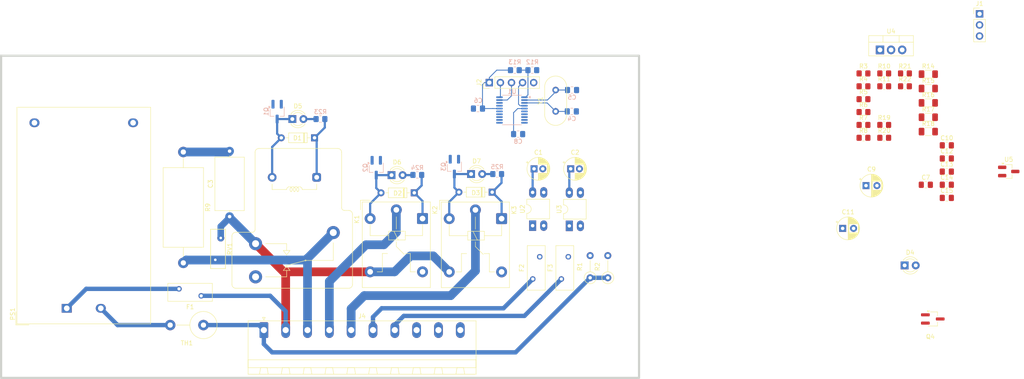
<source format=kicad_pcb>
(kicad_pcb (version 20240108) (generator "pcbnew") (generator_version "8.0")
  (layers (0 "F.Cu" signal) (31 "B.Cu" signal) (34 "B.Paste" user) (35 "F.Paste" user) (36 "B.SilkS" user "B.Silkscreen") (37 "F.SilkS" user "F.Silkscreen") (38 "B.Mask" user) (39 "F.Mask" user) (44 "Edge.Cuts" user))
  (net 0 "")
  (net 1 "компрессор статус")
  (net 2 "GND")
  (net 3 "4х ходовой статус")
  (net 4 "220 вход (L)")
  (net 5 "Net-(C3-Pad2)")
  (net 6 "Net-(U1-PF1)")
  (net 7 "Net-(U1-PF0)")
  (net 8 "+3V3")
  (net 9 "+12V")
  (net 10 "VDDA")
  (net 11 "NTC темп. компрессор")
  (net 12 "NTC темп. внешняя")
  (net 13 "Net-(J2-Pin_4)")
  (net 14 "Net-(D1-A)")
  (net 15 "Net-(D2-A)")
  (net 16 "Net-(D3-A)")
  (net 17 "Net-(D4-A)")
  (net 18 "Net-(D4-K)")
  (net 19 "Net-(D5-A)")
  (net 20 "Net-(D6-A)")
  (net 21 "Net-(D7-A)")
  (net 22 "Net-(PS1-AC{slash}L)")
  (net 23 "Net-(F2-Pad2)")
  (net 24 "220 комп. вход (L)")
  (net 25 "Net-(F3-Pad2)")
  (net 26 "220 4х ходовой вход (L)")
  (net 27 "Net-(J1-Pin_2)")
  (net 28 "Net-(J1-Pin_1)")
  (net 29 "Net-(J2-Pin_3)")
  (net 30 "Net-(J2-Pin_2)")
  (net 31 "220 вход (N)")
  (net 32 "220 комп. выход (L)")
  (net 33 "220 тен комп. выход (L)")
  (net 34 "220 тен поддон выход (L)")
  (net 38 "Net-(PS1-AC{slash}N)")
  (net 39 "Net-(Q1-G)")
  (net 40 "Net-(Q2-G)")
  (net 41 "Net-(Q3-G)")
  (net 42 "Net-(Q4-G)")
  (net 43 "Net-(R1-Pad2)")
  (net 44 "Net-(R2-Pad2)")
  (net 45 "компрессор упр.")
  (net 46 "ТЕН поддон упр.")
  (net 47 "ТЕН компрессор упр.")
  (net 48 "Net-(U1-BOOT0)")
  (net 49 "Net-(U5-REF)")
  (net 50 "Net-(U1-PA4)")
  (footprint "Capacitor_SMD:C_0805_2012Metric_Pad1.18x1.45mm_HandSolder" (layer "F.Cu") (at 258.46 85.505)
    (property "Reference" "C14" (at 0 -1.68 0) (layer "F.SilkS"))
    (property "Value" "100nF")
    (pad "1" smd roundrect (at -1.0375 0) (size 1.175 1.45) (layers "F.Cu" "F.Paste" "F.Mask") (roundrect_rratio 0.212766) (net 12 "NTC темп. внешняя"))
    (pad "2" smd roundrect (at 1.0375 0) (size 1.175 1.45) (layers "F.Cu" "F.Paste" "F.Mask") (roundrect_rratio 0.212766) (net 2 "GND"))
  )
  (footprint "LED_THT:LED_D3.0mm" (layer "F.Cu") (at 131.25 83.3)
    (property "Reference" "D6" (at 1.27 -2.96 0) (layer "F.SilkS"))
    (property "Value" "LED")
    (pad "1" thru_hole rect (at 0 0) (size 1.8 1.8) (drill 0.9) (layers "*.Cu" "*.Mask") (net 15 "Net-(D2-A)"))
    (pad "2" thru_hole circle (at 2.54 0) (size 1.8 1.8) (drill 0.9) (layers "*.Cu" "*.Mask") (net 20 "Net-(D6-A)"))
  )
  (footprint "Diode_THT:D_DO-35_SOD27_P7.62mm_Horizontal" (layer "F.Cu") (at 136.46 87.35 180)
    (property "Reference" "D2" (at 3.81 -0.1 360) (layer "F.SilkS"))
    (property "Value" "1N4148")
    (pad "1" thru_hole rect (at 0 0 180) (size 1.6 1.6) (drill 0.8) (layers "*.Cu" "*.Mask") (net 9 "+12V"))
    (pad "2" thru_hole oval (at 7.62 0 180) (size 1.6 1.6) (drill 0.8) (layers "*.Cu" "*.Mask") (net 15 "Net-(D2-A)"))
  )
  (footprint "LED_THT:LED_D3.0mm" (layer "F.Cu") (at 108.525 70.45)
    (property "Reference" "D5" (at 1.27 -2.96 360) (layer "F.SilkS"))
    (property "Value" "LED")
    (pad "1" thru_hole rect (at 0 0) (size 1.8 1.8) (drill 0.9) (layers "*.Cu" "*.Mask") (net 14 "Net-(D1-A)"))
    (pad "2" thru_hole circle (at 2.54 0) (size 1.8 1.8) (drill 0.9) (layers "*.Cu" "*.Mask") (net 19 "Net-(D5-A)"))
  )
  (footprint "Capacitor_SMD:C_0805_2012Metric_Pad1.18x1.45mm_HandSolder" (layer "F.Cu") (at 253.65 85.505)
    (property "Reference" "C7" (at 0 -1.68 0) (layer "F.SilkS"))
    (property "Value" "100nF")
    (pad "1" smd roundrect (at -1.0375 0) (size 1.175 1.45) (layers "F.Cu" "F.Paste" "F.Mask") (roundrect_rratio 0.212766) (net 9 "+12V"))
    (pad "2" smd roundrect (at 1.0375 0) (size 1.175 1.45) (layers "F.Cu" "F.Paste" "F.Mask") (roundrect_rratio 0.212766) (net 2 "GND"))
  )
  (footprint "Resistor_SMD:R_0805_2012Metric_Pad1.20x1.40mm_HandSolder" (layer "F.Cu") (at 248.87 62.945)
    (property "Reference" "R22" (at 0 -1.65 0) (layer "F.SilkS"))
    (property "Value" "2k")
    (pad "1" smd roundrect (at -1 0) (size 1.2 1.4) (layers "F.Cu" "F.Paste" "F.Mask") (roundrect_rratio 0.208333) (net 9 "+12V"))
    (pad "2" smd roundrect (at 1 0) (size 1.2 1.4) (layers "F.Cu" "F.Paste" "F.Mask") (roundrect_rratio 0.208333) (net 17 "Net-(D4-A)"))
  )
  (footprint "Varistor:RV_Disc_D9mm_W3.4mm_P5mm" (layer "F.Cu") (at 90.875 102.7 90)
    (property "Reference" "RV1" (at 2.5 3.325 90) (layer "F.SilkS"))
    (property "Value" "10D 471k")
    (pad "1" thru_hole circle (at 0 0 90) (size 1.6 1.6) (drill 0.6) (layers "*.Cu" "*.Mask") (net 32 "220 комп. выход (L)"))
    (pad "2" thru_hole circle (at 5 1.25 90) (size 1.6 1.6) (drill 0.6) (layers "*.Cu" "*.Mask") (net 4 "220 вход (L)"))
  )
  (footprint "Fuse:Fuse_BelFuse_0ZRE0016FF_L9.9mm_W3.8mm" (layer "F.Cu") (at 87.65 110.95 180)
    (property "Reference" "F1" (at 2.54 -2.54 360) (layer "F.SilkS"))
    (property "Value" "1.5A")
    (pad "1" thru_hole circle (at 0 0 180) (size 1.27 1.27) (drill 0.71) (layers "*.Cu" "*.Mask") (net 4 "220 вход (L)"))
    (pad "2" thru_hole circle (at 5.1 1.6 180) (size 1.27 1.27) (drill 0.71) (layers "*.Cu" "*.Mask") (net 22 "Net-(PS1-AC{slash}L)"))
  )
  (footprint "Connector_Phoenix_MSTB:PhoenixContact_MSTBA_2,5_10-G_1x10_P5.00mm_Horizontal" (layer "F.Cu") (at 102 118.8)
    (property "Reference" "J4" (at 22.5 -3.2 0) (layer "F.SilkS"))
    (property "Value" "Conn_01x10")
    (pad "1" thru_hole roundrect (at 0 0) (size 2 3.6) (drill 1.4) (layers "*.Cu" "*.Mask") (roundrect_rratio 0.125) (net 31 "220 вход (N)"))
    (pad "2" thru_hole oval (at 5 0) (size 2 3.6) (drill 1.4) (layers "*.Cu" "*.Mask") (net 4 "220 вход (L)"))
    (pad "3" thru_hole oval (at 10 0) (size 2 3.6) (drill 1.4) (layers "*.Cu" "*.Mask") (net 32 "220 комп. выход (L)"))
    (pad "4" thru_hole oval (at 15 0) (size 2 3.6) (drill 1.4) (layers "*.Cu" "*.Mask") (net 34 "220 тен поддон выход (L)"))
    (pad "5" thru_hole oval (at 20 0) (size 2 3.6) (drill 1.4) (layers "*.Cu" "*.Mask") (net 33 "220 тен комп. выход (L)"))
    (pad "6" thru_hole oval (at 25 0) (size 2 3.6) (drill 1.4) (layers "*.Cu" "*.Mask") (net 24 "220 комп. вход (L)"))
    (pad "7" thru_hole oval (at 30 0) (size 2 3.6) (drill 1.4) (layers "*.Cu" "*.Mask") (net 26 "220 4х ходовой вход (L)"))
    (pad "8" thru_hole oval (at 35 0) (size 2 3.6) (drill 1.4) (layers "*.Cu" "*.Mask") (net 11 "NTC темп. компрессор"))
    (pad "9" thru_hole oval (at 40 0) (size 2 3.6) (drill 1.4) (layers "*.Cu" "*.Mask") (net 12 "NTC темп. внешняя"))
    (pad "10" thru_hole oval (at 45 0) (size 2 3.6) (drill 1.4) (layers "*.Cu" "*.Mask") (net 2 "GND"))
  )
  (footprint "Resistor_THT:R_Axial_DIN0207_L6.3mm_D2.5mm_P5.08mm_Vertical" (layer "F.Cu") (at 180.8 106.815 90)
    (property "Reference" "R2" (at 2.54 -2.37 90) (layer "F.SilkS"))
    (property "Value" "100k 2w")
    (pad "1" thru_hole circle (at 0 0 90) (size 1.6 1.6) (drill 0.8) (layers "*.Cu" "*.Mask") (net 31 "220 вход (N)"))
    (pad "2" thru_hole oval (at 5.08 0 90) (size 1.6 1.6) (drill 0.8) (layers "*.Cu" "*.Mask") (net 44 "Net-(R2-Pad2)"))
  )
  (footprint "Resistor_SMD:R_0805_2012Metric_Pad1.20x1.40mm_HandSolder" (layer "F.Cu") (at 248.87 59.995)
    (property "Reference" "R21" (at 0 -1.65 0) (layer "F.SilkS"))
    (property "Value" "10k")
    (pad "1" smd roundrect (at -1 0) (size 1.2 1.4) (layers "F.Cu" "F.Paste" "F.Mask") (roundrect_rratio 0.208333) (net 42 "Net-(Q4-G)"))
    (pad "2" smd roundrect (at 1 0) (size 1.2 1.4) (layers "F.Cu" "F.Paste" "F.Mask") (roundrect_rratio 0.208333) (net 2 "GND"))
  )
  (footprint "Resistor_SMD:R_1206_3216Metric_Pad1.30x1.75mm_HandSolder" (layer "F.Cu") (at 254.22 63.455)
    (property "Reference" "R15" (at 0 -1.82 0) (layer "F.SilkS"))
    (property "Value" "330")
    (pad "1" smd roundrect (at -1.55 0) (size 1.3 1.75) (layers "F.Cu" "F.Paste" "F.Mask") (roundrect_rratio 0.192308) (net 9 "+12V"))
    (pad "2" smd roundrect (at 1.55 0) (size 1.3 1.75) (layers "F.Cu" "F.Paste" "F.Mask") (roundrect_rratio 0.192308) (net 10 "VDDA"))
  )
  (footprint "Resistor_SMD:R_0805_2012Metric_Pad1.20x1.40mm_HandSolder" (layer "F.Cu") (at 244.12 62.945)
    (property "Reference" "R11" (at 0 -1.65 0) (layer "F.SilkS"))
    (property "Value" "10k")
    (pad "1" smd roundrect (at -1 0) (size 1.2 1.4) (layers "F.Cu" "F.Paste" "F.Mask") (roundrect_rratio 0.208333) (net 41 "Net-(Q3-G)"))
    (pad "2" smd roundrect (at 1 0) (size 1.2 1.4) (layers "F.Cu" "F.Paste" "F.Mask") (roundrect_rratio 0.208333) (net 2 "GND"))
  )
  (footprint "Capacitor_THT:CP_Radial_D5.0mm_P2.50mm" (layer "F.Cu") (at 234.6 95.5)
    (property "Reference" "C11" (at 1.25 -3.75 0) (layer "F.SilkS"))
    (property "Value" "4.7uf")
    (pad "1" thru_hole rect (at 0 0) (size 1.6 1.6) (drill 0.8) (layers "*.Cu" "*.Mask") (net 8 "+3V3"))
    (pad "2" thru_hole circle (at 2.5 0) (size 1.6 1.6) (drill 0.8) (layers "*.Cu" "*.Mask") (net 2 "GND"))
  )
  (footprint "Fuse:Fuse_BelFuse_0ZRE0016FF_L9.9mm_W3.8mm" (layer "F.Cu") (at 170.15 107.1 90)
    (property "Reference" "F3" (at 2.54 -2.54 90) (layer "F.SilkS"))
    (property "Value" "0.2A")
    (pad "1" thru_hole circle (at 0 0 90) (size 1.27 1.27) (drill 0.71) (layers "*.Cu" "*.Mask") (net 26 "220 4х ходовой вход (L)"))
    (pad "2" thru_hole circle (at 5.1 1.6 90) (size 1.27 1.27) (drill 0.71) (layers "*.Cu" "*.Mask") (net 25 "Net-(F3-Pad2)"))
  )
  (footprint "Resistor_SMD:R_0805_2012Metric_Pad1.20x1.40mm_HandSolder" (layer "F.Cu") (at 239.37 68.845)
    (property "Reference" "R6" (at 0 -1.65 0) (layer "F.SilkS"))
    (property "Value" "100")
    (pad "1" smd roundrect (at -1 0) (size 1.2 1.4) (layers "F.Cu" "F.Paste" "F.Mask") (roundrect_rratio 0.208333) (net 45 "компрессор упр."))
    (pad "2" smd roundrect (at 1 0) (size 1.2 1.4) (layers "F.Cu" "F.Paste" "F.Mask") (roundrect_rratio 0.208333) (net 39 "Net-(Q1-G)"))
  )
  (footprint "Connector_PinHeader_2.54mm:PinHeader_1x05_P2.54mm_Vertical" (layer "F.Cu") (at 153.65 62.1 90)
    (property "Reference" "J2" (at 0 -2.33 90) (layer "F.SilkS"))
    (property "Value" "SWD")
    (pad "1" thru_hole rect (at 0 0 90) (size 1.7 1.7) (drill 1) (layers "*.Cu" "*.Mask") (net 8 "+3V3"))
    (pad "2" thru_hole oval (at 0 2.54 90) (size 1.7 1.7) (drill 1) (layers "*.Cu" "*.Mask") (net 30 "Net-(J2-Pin_2)"))
    (pad "3" thru_hole oval (at 0 5.08 90) (size 1.7 1.7) (drill 1) (layers "*.Cu" "*.Mask") (net 29 "Net-(J2-Pin_3)"))
    (pad "4" thru_hole oval (at 0 7.62 90) (size 1.7 1.7) (drill 1) (layers "*.Cu" "*.Mask") (net 13 "Net-(J2-Pin_4)"))
    (pad "5" thru_hole oval (at 0 10.16 90) (size 1.7 1.7) (drill 1) (layers "*.Cu" "*.Mask") (net 2 "GND"))
  )
  (footprint "Package_TO_SOT_SMD:SOT-23W_Handsoldering" (layer "F.Cu") (at 255.25 116.25)
    (property "Reference" "Q4" (at -0.55 4.055 0) (layer "F.SilkS"))
    (property "Value" "IRLML0030")
    (pad "1" smd roundrect (at -1.7 -0.95) (size 2 0.7) (layers "F.Cu" "F.Paste" "F.Mask") (net 42 "Net-(Q4-G)"))
    (pad "2" smd roundrect (at -1.7 0.95) (size 2 0.7) (layers "F.Cu" "F.Paste" "F.Mask") (net 2 "GND"))
    (pad "3" smd roundrect (at 1.7 0) (size 2 0.7) (layers "F.Cu" "F.Paste" "F.Mask") (net 18 "Net-(D4-K)"))
  )
  (footprint "Resistor_SMD:R_1206_3216Metric_Pad1.30x1.75mm_HandSolder" (layer "F.Cu") (at 254.22 70.035)
    (property "Reference" "R17" (at 0 -1.82 0) (layer "F.SilkS"))
    (property "Value" "3k")
    (pad "1" smd roundrect (at -1.55 0) (size 1.3 1.75) (layers "F.Cu" "F.Paste" "F.Mask") (roundrect_rratio 0.192308) (net 2 "GND"))
    (pad "2" smd roundrect (at 1.55 0) (size 1.3 1.75) (layers "F.Cu" "F.Paste" "F.Mask") (roundrect_rratio 0.192308) (net 49 "Net-(U5-REF)"))
  )
  (footprint "Resistor_SMD:R_0805_2012Metric_Pad1.20x1.40mm_HandSolder" (layer "F.Cu") (at 244.12 74.745)
    (property "Reference" "R20" (at 0 -1.65 0) (layer "F.SilkS"))
    (property "Value" "100")
    (pad "1" smd roundrect (at -1 0) (size 1.2 1.4) (layers "F.Cu" "F.Paste" "F.Mask") (roundrect_rratio 0.208333) (net 50 "Net-(U1-PA4)"))
    (pad "2" smd roundrect (at 1 0) (size 1.2 1.4) (layers "F.Cu" "F.Paste" "F.Mask") (roundrect_rratio 0.208333) (net 42 "Net-(Q4-G)"))
  )
  (footprint "Resistor_SMD:R_0805_2012Metric_Pad1.20x1.40mm_HandSolder" (layer "F.Cu") (at 239.37 62.945)
    (property "Reference" "R4" (at 0 -1.65 0) (layer "F.SilkS"))
    (property "Value" "4.7k")
    (pad "1" smd roundrect (at -1 0) (size 1.2 1.4) (layers "F.Cu" "F.Paste" "F.Mask") (roundrect_rratio 0.208333) (net 8 "+3V3"))
    (pad "2" smd roundrect (at 1 0) (size 1.2 1.4) (layers "F.Cu" "F.Paste" "F.Mask") (roundrect_rratio 0.208333) (net 3 "4х ходовой статус"))
  )
  (footprint "Package_TO_SOT_THT:TO-220-3_Vertical" (layer "F.Cu") (at 243.15 54.605)
    (property "Reference" "U4" (at 2.54 -4.27 0) (layer "F.SilkS"))
    (property "Value" "12->3.3")
    (pad "1" thru_hole rect (at 0 0) (size 1.905 2) (drill 1.1) (layers "*.Cu" "*.Mask") (net 9 "+12V"))
    (pad "2" thru_hole oval (at 2.54 0) (size 1.905 2) (drill 1.1) (layers "*.Cu" "*.Mask") (net 2 "GND"))
    (pad "3" thru_hole oval (at 5.08 0) (size 1.905 2) (drill 1.1) (layers "*.Cu" "*.Mask") (net 8 "+3V3"))
  )
  (footprint "Diode_THT:D_DO-35_SOD27_P7.62mm_Horizontal" (layer "F.Cu") (at 154.31 87.2 180)
    (property "Reference" "D3" (at 3.76 -0.15 360) (layer "F.SilkS"))
    (property "Value" "1N4148")
    (pad "1" thru_hole rect (at 0 0 180) (size 1.6 1.6) (drill 0.8) (layers "*.Cu" "*.Mask") (net 9 "+12V"))
    (pad "2" thru_hole oval (at 7.62 0 180) (size 1.6 1.6) (drill 0.8) (layers "*.Cu" "*.Mask") (net 16 "Net-(D3-A)"))
  )
  (footprint "Resistor_SMD:R_1206_3216Metric_Pad1.30x1.75mm_HandSolder" (layer "F.Cu") (at 254.22 60.165)
    (property "Reference" "R14" (at 0 -1.82 0) (layer "F.SilkS"))
    (property "Value" "10k 0,1%")
    (pad "1" smd roundrect (at -1.55 0) (size 1.3 1.75) (layers "F.Cu" "F.Paste" "F.Mask") (roundrect_rratio 0.192308) (net 10 "VDDA"))
    (pad "2" smd roundrect (at 1.55 0) (size 1.3 1.75) (layers "F.Cu" "F.Paste" "F.Mask") (roundrect_rratio 0.192308) (net 11 "NTC темп. компрессор"))
  )
  (footprint "Resistor_SMD:R_0805_2012Metric_Pad1.20x1.40mm_HandSolder" (layer "F.Cu") (at 244.12 71.795)
    (property "Reference" "R19" (at 0 -1.65 0) (layer "F.SilkS"))
    (property "Value" "R")
    (pad "1" smd roundrect (at -1 0) (size 1.2 1.4) (layers "F.Cu" "F.Paste" "F.Mask") (roundrect_rratio 0.208333) (net 8 "+3V3"))
    (pad "2" smd roundrect (at 1 0) (size 1.2 1.4) (layers "F.Cu" "F.Paste" "F.Mask") (roundrect_rratio 0.208333) (net 13 "Net-(J2-Pin_4)"))
  )
  (footprint "Capacitor_THT:CP_Radial_D5.0mm_P2.00mm" (layer "F.Cu") (at 163.9 81.85)
    (property "Reference" "C1" (at 1 -3.75 0) (layer "F.SilkS"))
    (property "Value" "4.7uF 16V")
    (pad "1" thru_hole rect (at 0 0) (size 1.6 1.6) (drill 0.8) (layers "*.Cu" "*.Mask") (net 1 "компрессор статус"))
    (pad "2" thru_hole circle (at 2 0) (size 1.6 1.6) (drill 0.8) (layers "*.Cu" "*.Mask") (net 2 "GND"))
  )
  (footprint "Diode_THT:D_DO-35_SOD27_P7.62mm_Horizontal" (layer "F.Cu") (at 113.61 74.75 180)
    (property "Reference" "D1" (at 3.91 -0.05 360) (layer "F.SilkS"))
    (property "Value" "1N4148")
    (pad "1" thru_hole rect (at 0 0 180) (size 1.6 1.6) (drill 0.8) (layers "*.Cu" "*.Mask") (net 9 "+12V"))
    (pad "2" thru_hole oval (at 7.62 0 180) (size 1.6 1.6) (drill 0.8) (layers "*.Cu" "*.Mask") (net 14 "Net-(D1-A)"))
  )
  (footprint "Package_TO_SOT_SMD:SOT-23_Handsoldering" (layer "F.Cu") (at 272.65 82.4625)
    (property "Reference" "U5" (at 0 -2.75 0) (layer "F.SilkS"))
    (property "Value" "TL431AID")
    (pad "1" smd roundrect (at -1.5 -0.95) (size 1.9 0.8) (layers "F.Cu" "F.Paste" "F.Mask") (net 10 "VDDA"))
    (pad "2" smd roundrect (at -1.5 0.95) (size 1.9 0.8) (layers "F.Cu" "F.Paste" "F.Mask") (net 49 "Net-(U5-REF)"))
    (pad "3" smd roundrect (at 1.5 0) (size 1.9 0.8) (layers "F.Cu" "F.Paste" "F.Mask") (net 2 "GND"))
  )
  (footprint "Fuse:Fuse_BelFuse_0ZRE0016FF_L9.9mm_W3.8mm" (layer "F.Cu") (at 163.6 107.1 90)
    (property "Reference" "F2" (at 2.54 -2.54 90) (layer "F.SilkS"))
    (property "Value" "0.2A")
    (pad "1" thru_hole circle (at 0 0 90) (size 1.27 1.27) (drill 0.71) (layers "*.Cu" "*.Mask") (net 24 "220 комп. вход (L)"))
    (pad "2" thru_hole circle (at 5.1 1.6 90) (size 1.27 1.27) (drill 0.71) (layers "*.Cu" "*.Mask") (net 23 "Net-(F2-Pad2)"))
  )
  (footprint "Capacitor_SMD:C_0805_2012Metric_Pad1.18x1.45mm_HandSolder" (layer "F.Cu") (at 258.46 76.475)
    (property "Reference" "C10" (at 0 -1.68 0) (layer "F.SilkS"))
    (property "Value" "100nF")
    (pad "1" smd roundrect (at -1.0375 0) (size 1.175 1.45) (layers "F.Cu" "F.Paste" "F.Mask") (roundrect_rratio 0.212766) (net 8 "+3V3"))
    (pad "2" smd roundrect (at 1.0375 0) (size 1.175 1.45) (layers "F.Cu" "F.Paste" "F.Mask") (roundrect_rratio 0.212766) (net 2 "GND"))
  )
  (footprint "Capacitor_SMD:C_0805_2012Metric_Pad1.18x1.45mm_HandSolder" (layer "F.Cu") (at 258.46 88.515)
    (property "Reference" "C15" (at 0 -1.68 0) (layer "F.SilkS"))
    (property "Value" "C")
    (pad "1" smd roundrect (at -1.0375 0) (size 1.175 1.45) (layers "F.Cu" "F.Paste" "F.Mask") (roundrect_rratio 0.212766) (net 13 "Net-(J2-Pin_4)"))
    (pad "2" smd roundrect (at 1.0375 0) (size 1.175 1.45) (layers "F.Cu" "F.Paste" "F.Mask") (roundrect_rratio 0.212766) (net 2 "GND"))
  )
  (footprint "Connector_PinHeader_2.54mm:PinHeader_1x03_P2.54mm_Vertical" (layer "F.Cu") (at 265.96 46.355)
    (property "Reference" "J1" (at 0 -2.33 0) (layer "F.SilkS"))
    (property "Value" "UART")
    (pad "1" thru_hole rect (at 0 0) (size 1.7 1.7) (drill 1) (layers "*.Cu" "*.Mask") (net 28 "Net-(J1-Pin_1)"))
    (pad "2" thru_hole oval (at 0 2.54) (size 1.7 1.7) (drill 1) (layers "*.Cu" "*.Mask") (net 27 "Net-(J1-Pin_2)"))
    (pad "3" thru_hole oval (at 0 5.08) (size 1.7 1.7) (drill 1) (layers "*.Cu" "*.Mask") (net 2 "GND"))
  )
  (footprint "Relay_THT:Relay_SPDT_Hongfa_HF3F-L-xx-1ZL1T" (layer "F.Cu") (at 138.35 93.25 -90)
    (property "Reference" "K2" (at -1.95 -2.85 90) (layer "F.SilkS"))
    (property "Value" "ТЕН поддон")
    (pad "11" thru_hole circle (at -2 6 270) (size 2.5 2.5) (drill 1.3) (layers "*.Cu" "*.Mask") (net 34 "220 тен поддон выход (L)"))
    (pad "12" thru_hole circle (at 12.2 0 270) (size 2.5 2.5) (drill 1.3) (layers "*.Cu" "*.Mask"))
    (pad "14" thru_hole circle (at 12.2 12 270) (size 2.5 2.5) (drill 1.3) (layers "*.Cu" "*.Mask") (net 4 "220 вход (L)"))
    (pad "A1" thru_hole roundrect (at 0 0 270) (size 2.5 2.5) (drill 1.3) (layers "*.Cu" "*.Mask") (roundrect_rratio 0.1) (net 9 "+12V"))
    (pad "A2" thru_hole circle (at 0 12 270) (size 2.5 2.5) (drill 1.3) (layers "*.Cu" "*.Mask") (net 15 "Net-(D2-A)"))
  )
  (footprint "Resistor_THT:R_Axial_DIN0617_L17.0mm_D6.0mm_P7.62mm_Vertical" (layer "F.Cu") (at 88.16 117.65 180)
    (property "Reference" "TH1" (at 3.81 -4.12 360) (layer "F.SilkS"))
    (property "Value" "16R")
    (pad "1" thru_hole circle (at 0 0 180) (size 2.4 2.4) (drill 1.2) (layers "*.Cu" "*.Mask") (net 31 "220 вход (N)"))
    (pad "2" thru_hole oval (at 7.62 0 180) (size 2.4 2.4) (drill 1.2) (layers "*.Cu" "*.Mask") (net 38 "Net-(PS1-AC{slash}N)"))
  )
  (footprint "Resistor_THT:R_Axial_DIN0207_L6.3mm_D2.5mm_P5.08mm_Vertical" (layer "F.Cu") (at 176.75 106.815 90)
    (property "Reference" "R1" (at 2.54 -2.37 90) (layer "F.SilkS"))
    (property "Value" "100k 2w")
    (pad "1" thru_hole circle (at 0 0 90) (size 1.6 1.6) (drill 0.8) (layers "*.Cu" "*.Mask") (net 31 "220 вход (N)"))
    (pad "2" thru_hole oval (at 5.08 0 90) (size 1.6 1.6) (drill 0.8) (layers "*.Cu" "*.Mask") (net 43 "Net-(R1-Pad2)"))
  )
  (footprint "Resistor_THT:R_Axial_DIN0918_L18.0mm_D9.0mm_P25.40mm_Horizontal" (layer "F.Cu") (at 83.55 78 -90)
    (property "Reference" "R9" (at 12.7 -5.62 90) (layer "F.SilkS"))
    (property "Value" "220R 5W")
    (pad "1" thru_hole circle (at 0 0 270) (size 2.4 2.4) (drill 1.2) (layers "*.Cu" "*.Mask") (net 5 "Net-(C3-Pad2)"))
    (pad "2" thru_hole oval (at 25.4 0 270) (size 2.4 2.4) (drill 1.2) (layers "*.Cu" "*.Mask") (net 32 "220 комп. выход (L)"))
  )
  (footprint "Resistor_SMD:R_1206_3216Metric_Pad1.30x1.75mm_HandSolder" (layer "F.Cu") (at 254.22 66.745)
    (property "Reference" "R16" (at 0 -1.82 0) (layer "F.SilkS"))
    (property "Value" "1k")
    (pad "1" smd roundrect (at -1.55 0) (size 1.3 1.75) (layers "F.Cu" "F.Paste" "F.Mask") (roundrect_rratio 0.192308) (net 49 "Net-(U5-REF)"))
    (pad "2" smd roundrect (at 1.55 0) (size 1.3 1.75) (layers "F.Cu" "F.Paste" "F.Mask") (roundrect_rratio 0.192308) (net 10 "VDDA"))
  )
  (footprint "Relay_THT:Relay_SPDT_RAYEX-L90S" (layer "F.Cu") (at 109 81.26 -90)
    (property "Reference" "K1" (at 12.1666 -14.3 90) (layer "F.SilkS"))
    (property "Value" "Компрессор")
    (pad "11" thru_hole circle (at 15.2 -8.9 90) (size 3 3) (drill 1.6) (layers "*.Cu" "*.Mask") (net 32 "220 комп. выход (L)"))
    (pad "12" thru_hole circle (at 25.34 8.9 90) (size 3 3) (drill 1.6) (layers "*.Cu" "*.Mask"))
    (pad "14" thru_hole circle (at 17.74 8.9 90) (size 3 3) (drill 1.6) (layers "*.Cu" "*.Mask") (net 4 "220 вход (L)"))
    (pad "A1" thru_hole roundrect (at 2.54 -5.1 90) (size 2 2) (drill 1.1) (layers "*.Cu" "*.Mask") (net 9 "+12V"))
    (pad "A2" thru_hole circle (at 2.54 5.1 90) (size 2 2) (drill 1.1) (layers "*.Cu" "*.Mask") (net 14 "Net-(D1-A)"))
  )
  (footprint "Capacitor_SMD:C_0805_2012Metric_Pad1.18x1.45mm_HandSolder" (layer "F.Cu") (at 258.46 82.495)
    (property "Reference" "C13" (at 0 -1.68 0) (layer "F.SilkS"))
    (property "Value" "100nF")
    (pad "1" smd roundrect (at -1.0375 0) (size 1.175 1.45) (layers "F.Cu" "F.Paste" "F.Mask") (roundrect_rratio 0.212766) (net 11 "NTC темп. компрессор"))
    (pad "2" smd roundrect (at 1.0375 0) (size 1.175 1.45) (layers "F.Cu" "F.Paste" "F.Mask") (roundrect_rratio 0.212766) (net 2 "GND"))
  )
  (footprint "Resistor_SMD:R_0805_2012Metric_Pad1.20x1.40mm_HandSolder" (layer "F.Cu") (at 239.37 74.745)
    (property "Reference" "R8" (at 0 -1.65 0) (layer "F.SilkS"))
    (property "Value" "10k")
    (pad "1" smd roundrect (at -1 0) (size 1.2 1.4) (layers "F.Cu" "F.Paste" "F.Mask") (roundrect_rratio 0.208333) (net 40 "Net-(Q2-G)"))
    (pad "2" smd roundrect (at 1 0) (size 1.2 1.4) (layers "F.Cu" "F.Paste" "F.Mask") (roundrect_rratio 0.208333) (net 2 "GND"))
  )
  (footprint "Capacitor_SMD:C_0805_2012Metric_Pad1.18x1.45mm_HandSolder" (layer "F.Cu") (at 258.46 79.485)
    (property "Reference" "C12" (at 0 -1.68 0) (layer "F.SilkS"))
    (property "Value" "100nF")
    (pad "1" smd roundrect (at -1.0375 0) (size 1.175 1.45) (layers "F.Cu" "F.Paste" "F.Mask") (roundrect_rratio 0.212766) (net 10 "VDDA"))
    (pad "2" smd roundrect (at 1.0375 0) (size 1.175 1.45) (layers "F.Cu" "F.Paste" "F.Mask") (roundrect_rratio 0.212766) (net 2 "GND"))
  )
  (footprint "Resistor_SMD:R_0805_2012Metric_Pad1.20x1.40mm_HandSolder" (layer "F.Cu") (at 239.37 71.795)
    (property "Reference" "R7" (at 0 -1.65 0) (layer "F.SilkS"))
    (property "Value" "100")
    (pad "1" smd roundrect (at -1 0) (size 1.2 1.4) (layers "F.Cu" "F.Paste" "F.Mask") (roundrect_rratio 0.208333) (net 46 "ТЕН поддон упр."))
    (pad "2" smd roundrect (at 1 0) (size 1.2 1.4) (layers "F.Cu" "F.Paste" "F.Mask") (roundrect_rratio 0.208333) (net 40 "Net-(Q2-G)"))
  )
  (footprint "Resistor_SMD:R_0805_2012Metric_Pad1.20x1.40mm_HandSolder" (layer "F.Cu") (at 239.37 65.895)
    (property "Reference" "R5" (at 0 -1.65 0) (layer "F.SilkS"))
    (property "Value" "10k")
    (pad "1" smd roundrect (at -1 0) (size 1.2 1.4) (layers "F.Cu" "F.Paste" "F.Mask") (roundrect_rratio 0.208333) (net 39 "Net-(Q1-G)"))
    (pad "2" smd roundrect (at 1 0) (size 1.2 1.4) (layers "F.Cu" "F.Paste" "F.Mask") (roundrect_rratio 0.208333) (net 2 "GND"))
  )
  (footprint "Capacitor_THT:C_Axial_L12.0mm_D6.5mm_P15.00mm_Horizontal" (layer "F.Cu") (at 94.15 92.8 90)
    (property "Reference" "C3" (at 7.5 -4.37 90) (layer "F.SilkS"))
    (property "Value" "100nF 1000V")
    (pad "1" thru_hole circle (at 0 0 90) (size 1.6 1.6) (drill 0.8) (layers "*.Cu" "*.Mask") (net 4 "220 вход (L)"))
    (pad "2" thru_hole oval (at 15 0 90) (size 1.6 1.6) (drill 0.8) (layers "*.Cu" "*.Mask") (net 5 "Net-(C3-Pad2)"))
  )
  (footprint "Package_DIP:DIP-4_W7.62mm_LongPads" (layer "F.Cu") (at 171.975 94.925 90)
    (property "Reference" "U3" (at 3.81 -2.33 90) (layer "F.SilkS"))
    (property "Value" "EL814")
    (pad "1" thru_hole rect (at 0 0 90) (size 2.4 1.6) (drill 0.8) (layers "*.Cu" "*.Mask") (net 44 "Net-(R2-Pad2)"))
    (pad "2" thru_hole oval (at 0 2.54 90) (size 2.4 1.6) (drill 0.8) (layers "*.Cu" "*.Mask") (net 25 "Net-(F3-Pad2)"))
    (pad "3" thru_hole oval (at 7.62 2.54 90) (size 2.4 1.6) (drill 0.8) (layers "*.Cu" "*.Mask") (net 2 "GND"))
    (pad "4" thru_hole oval (at 7.62 0 90) (size 2.4 1.6) (drill 0.8) (layers "*.Cu" "*.Mask") (net 3 "4х ходовой статус"))
  )
  (footprint "Crystal:Crystal_HC18-U_Vertical" (layer "F.Cu") (at 168.85 68.7 90)
    (property "Reference" "Y1" (at 2.45 -3.525 90) (layer "F.SilkS"))
    (property "Value" "8MHz")
    (pad "1" thru_hole circle (at 0 0 90) (size 1.5 1.5) (drill 0.8) (layers "*.Cu" "*.Mask") (net 6 "Net-(U1-PF1)"))
    (pad "2" thru_hole circle (at 4.9 0 90) (size 1.5 1.5) (drill 0.8) (layers "*.Cu" "*.Mask") (net 7 "Net-(U1-PF0)"))
  )
  (footprint "Capacitor_THT:CP_Radial_D5.0mm_P2.00mm" (layer "F.Cu") (at 172.294888 81.85)
    (property "Reference" "C2" (at 1 -3.75 0) (layer "F.SilkS"))
    (property "Value" "4.7uF 16V")
    (pad "1" thru_hole rect (at 0 0) (size 1.6 1.6) (drill 0.8) (layers "*.Cu" "*.Mask") (net 3 "4х ходовой статус"))
    (pad "2" thru_hole circle (at 2 0) (size 1.6 1.6) (drill 0.8) (layers "*.Cu" "*.Mask") (net 2 "GND"))
  )
  (footprint "Capacitor_THT:CP_Radial_D5.0mm_P2.50mm" (layer "F.Cu") (at 239.95 85.7)
    (property "Reference" "C9" (at 1.25 -3.75 0) (layer "F.SilkS"))
    (property "Value" "4.7uf")
    (pad "1" thru_hole rect (at 0 0) (size 1.6 1.6) (drill 0.8) (layers "*.Cu" "*.Mask") (net 9 "+12V"))
    (pad "2" thru_hole circle (at 2.5 0) (size 1.6 1.6) (drill 0.8) (layers "*.Cu" "*.Mask") (net 2 "GND"))
  )
  (footprint "LED_THT:LED_D3.0mm" (layer "F.Cu") (at 248.8 103.975)
    (property "Reference" "D4" (at 1.27 -2.96 0) (layer "F.SilkS"))
    (property "Value" "LED")
    (pad "1" thru_hole rect (at 0 0) (size 1.8 1.8) (drill 0.9) (layers "*.Cu" "*.Mask") (net 18 "Net-(D4-K)"))
    (pad "2" thru_hole circle (at 2.54 0) (size 1.8 1.8) (drill 0.9) (layers "*.Cu" "*.Mask") (net 17 "Net-(D4-A)"))
  )
  (footprint "Package_DIP:DIP-4_W7.62mm_LongPads" (layer "F.Cu") (at 163.575 94.875 90)
    (property "Reference" "U2" (at 3.81 -2.33 90) (layer "F.SilkS"))
    (property "Value" "EL814")
    (pad "1" thru_hole rect (at 0 0 90) (size 2.4 1.6) (drill 0.8) (layers "*.Cu" "*.Mask") (net 43 "Net-(R1-Pad2)"))
    (pad "2" thru_hole oval (at 0 2.54 90) (size 2.4 1.6) (drill 0.8) (layers "*.Cu" "*.Mask") (net 23 "Net-(F2-Pad2)"))
    (pad "3" thru_hole oval (at 7.62 2.54 90) (size 2.4 1.6) (drill 0.8) (layers "*.Cu" "*.Mask") (net 2 "GND"))
    (pad "4" thru_hole oval (at 7.62 0 90) (size 2.4 1.6) (drill 0.8) (layers "*.Cu" "*.Mask") (net 1 "компрессор статус"))
  )
  (footprint "Resistor_SMD:R_0805_2012Metric_Pad1.20x1.40mm_HandSolder" (layer "F.Cu") (at 244.12 59.995)
    (property "Reference" "R10" (at 0 -1.65 0) (layer "F.SilkS"))
    (property "Value" "100")
    (pad "1" smd roundrect (at -1 0) (size 1.2 1.4) (layers "F.Cu" "F.Paste" "F.Mask") (roundrect_rratio 0.208333) (net 47 "ТЕН компрессор упр."))
    (pad "2" smd roundrect (at 1 0) (size 1.2 1.4) (layers "F.Cu" "F.Paste" "F.Mask") (roundrect_rratio 0.208333) (net 41 "Net-(Q3-G)"))
  )
  (footprint "Resistor_SMD:R_1206_3216Metric_Pad1.30x1.75mm_HandSolder" (layer "F.Cu") (at 254.22 73.325)
    (property "Reference" "R18" (at 0 -1.82 0) (layer "F.SilkS"))
    (property "Value" "10k 0,1%")
    (pad "1" smd roundrect (at -1.55 0) (size 1.3 1.75) (layers "F.Cu" "F.Paste" "F.Mask") (roundrect_rratio 0.192308) (net 10 "VDDA"))
    (pad "2" smd roundrect (at 1.55 0) (size 1.3 1.75) (layers "F.Cu" "F.Paste" "F.Mask") (roundrect_rratio 0.192308) (net 12 "NTC темп. внешняя"))
  )
  (footprint "Resistor_SMD:R_0805_2012Metric_Pad1.20x1.40mm_HandSolder" (layer "F.Cu") (at 239.37 59.995)
    (property "Reference" "R3" (at 0 -1.65 0) (layer "F.SilkS"))
    (property "Value" "4.7k")
    (pad "1" smd roundrect (at -1 0) (size 1.2 1.4) (layers "F.Cu" "F.Paste" "F.Mask") (roundrect_rratio 0.208333) (net 8 "+3V3"))
    (pad "2" smd roundrect (at 1 0) (size 1.2 1.4) (layers "F.Cu" "F.Paste" "F.Mask") (roundrect_rratio 0.208333) (net 1 "компрессор статус"))
  )
  (footprint "Relay_THT:Relay_SPDT_Hongfa_HF3F-L-xx-1ZL1T" (layer "F.Cu") (at 156.4675 93.2675 -90)
    (property "Reference" "K3" (at -1.95 -2.85 90) (layer "F.SilkS"))
    (property "Value" "ТЕН компрессор")
    (pad "11" thru_hole circle (at -2 6 270) (size 2.5 2.5) (drill 1.3) (layers "*.Cu" "*.Mask") (net 33 "220 тен комп. выход (L)"))
    (pad "12" thru_hole circle (at 12.2 0 270) (size 2.5 2.5) (drill 1.3) (layers "*.Cu" "*.Mask"))
    (pad "14" thru_hole circle (at 12.2 12 270) (size 2.5 2.5) (drill 1.3) (layers "*.Cu" "*.Mask") (net 4 "220 вход (L)"))
    (pad "A1" thru_hole roundrect (at 0 0 270) (size 2.5 2.5) (drill 1.3) (layers "*.Cu" "*.Mask") (roundrect_rratio 0.1) (net 9 "+12V"))
    (pad "A2" thru_hole circle (at 0 12 270) (size 2.5 2.5) (drill 1.3) (layers "*.Cu" "*.Mask") (net 16 "Net-(D3-A)"))
  )
  (footprint "Converter_ACDC:Converter_ACDC_Hi-Link_HLK-10Mxx" (layer "F.Cu") (at 56.8425 113.8075 90)
    (property "Reference" "PS1" (at -1.3 -12.39 90) (layer "F.SilkS"))
    (property "Value" "HLK-10M12")
    (pad "1" thru_hole rect (at 0 0 90) (size 2 2.3) (drill 1.3) (layers "*.Cu" "*.Mask") (net 22 "Net-(PS1-AC{slash}L)"))
    (pad "2" thru_hole oval (at 0 7.8 90) (size 2 2.3) (drill 1.3) (layers "*.Cu" "*.Mask") (net 38 "Net-(PS1-AC{slash}N)"))
    (pad "3" thru_hole oval (at 42.5 -7.4 90) (size 2 2.3) (drill 1.3) (layers "*.Cu" "*.Mask") (net 2 "GND"))
    (pad "4" thru_hole oval (at 42.5 15.2 90) (size 2 2.3) (drill 1.3) (layers "*.Cu" "*.Mask") (net 9 "+12V"))
  )
  (footprint "LED_THT:LED_D3.0mm" (layer "F.Cu") (at 149.475 83.05)
    (property "Reference" "D7" (at 1.27 -2.96 0) (layer "F.SilkS"))
    (property "Value" "LED")
    (pad "1" thru_hole rect (at 0 0) (size 1.8 1.8) (drill 0.9) (layers "*.Cu" "*.Mask") (net 16 "Net-(D3-A)"))
    (pad "2" thru_hole circle (at 2.54 0) (size 1.8 1.8) (drill 0.9) (layers "*.Cu" "*.Mask") (net 21 "Net-(D7-A)"))
  )
  (footprint "Package_TO_SOT_SMD:SOT-23W_Handsoldering" (layer "B.Cu") (at 145.65 81.35 -90)
    (property "Reference" "Q3" (at 0 2.5 90) (layer "B.SilkS") (effects (justify mirror)))
    (property "Value" "IRLML0030")
    (pad "1" smd roundrect (at -1.7 0.95 270) (size 2 0.7) (layers "B.Cu" "B.Paste" "B.Mask") (net 41 "Net-(Q3-G)"))
    (pad "2" smd roundrect (at -1.7 -0.95 270) (size 2 0.7) (layers "B.Cu" "B.Paste" "B.Mask") (net 2 "GND"))
    (pad "3" smd roundrect (at 1.7 0 270) (size 2 0.7) (layers "B.Cu" "B.Paste" "B.Mask") (net 16 "Net-(D3-A)"))
  )
  (footprint "Package_SO:TSSOP-20_4.4x6.5mm_P0.65mm" (layer "B.Cu") (at 158.8375 68.375 180)
    (property "Reference" "U1" (at 0 4.2 0) (layer "B.SilkS") (effects (justify mirror)))
    (property "Value" "STM32F030F4Px")
    (pad "1" smd roundrect (at -2.8625 2.925 180) (size 1.475 0.4) (layers "B.Cu" "B.Paste" "B.Mask") (net 48 "Net-(U1-BOOT0)"))
    (pad "2" smd roundrect (at -2.8625 2.275 180) (size 1.475 0.4) (layers "B.Cu" "B.Paste" "B.Mask") (net 7 "Net-(U1-PF0)"))
    (pad "3" smd roundrect (at -2.8625 1.625 180) (size 1.475 0.4) (layers "B.Cu" "B.Paste" "B.Mask") (net 6 "Net-(U1-PF1)"))
    (pad "4" smd roundrect (at -2.8625 0.975 180) (size 1.475 0.4) (layers "B.Cu" "B.Paste" "B.Mask") (net 13 "Net-(J2-Pin_4)"))
    (pad "5" smd roundrect (at -2.8625 0.325 180) (size 1.475 0.4) (layers "B.Cu" "B.Paste" "B.Mask") (net 10 "VDDA"))
    (pad "6" smd roundrect (at -2.8625 -0.325 180) (size 1.475 0.4) (layers "B.Cu" "B.Paste" "B.Mask") (net 12 "NTC темп. внешняя"))
    (pad "7" smd roundrect (at -2.8625 -0.975 180) (size 1.475 0.4) (layers "B.Cu" "B.Paste" "B.Mask") (net 11 "NTC темп. компрессор"))
    (pad "8" smd roundrect (at -2.8625 -1.625 180) (size 1.475 0.4) (layers "B.Cu" "B.Paste" "B.Mask") (net 27 "Net-(J1-Pin_2)"))
    (pad "9" smd roundrect (at -2.8625 -2.275 180) (size 1.475 0.4) (layers "B.Cu" "B.Paste" "B.Mask") (net 28 "Net-(J1-Pin_1)"))
    (pad "10" smd roundrect (at -2.8625 -2.925 180) (size 1.475 0.4) (layers "B.Cu" "B.Paste" "B.Mask") (net 50 "Net-(U1-PA4)"))
    (pad "11" smd roundrect (at 2.8625 -2.925 180) (size 1.475 0.4) (layers "B.Cu" "B.Paste" "B.Mask") (net 45 "компрессор упр."))
    (pad "12" smd roundrect (at 2.8625 -2.275 180) (size 1.475 0.4) (layers "B.Cu" "B.Paste" "B.Mask") (net 46 "ТЕН поддон упр."))
    (pad "13" smd roundrect (at 2.8625 -1.625 180) (size 1.475 0.4) (layers "B.Cu" "B.Paste" "B.Mask") (net 47 "ТЕН компрессор упр."))
    (pad "14" smd roundrect (at 2.8625 -0.975 180) (size 1.475 0.4) (layers "B.Cu" "B.Paste" "B.Mask"))
    (pad "15" smd roundrect (at 2.8625 -0.325 180) (size 1.475 0.4) (layers "B.Cu" "B.Paste" "B.Mask") (net 2 "GND"))
    (pad "16" smd roundrect (at 2.8625 0.325 180) (size 1.475 0.4) (layers "B.Cu" "B.Paste" "B.Mask") (net 8 "+3V3"))
    (pad "17" smd roundrect (at 2.8625 0.975 180) (size 1.475 0.4) (layers "B.Cu" "B.Paste" "B.Mask") (net 1 "компрессор статус"))
    (pad "18" smd roundrect (at 2.8625 1.625 180) (size 1.475 0.4) (layers "B.Cu" "B.Paste" "B.Mask") (net 3 "4х ходовой статус"))
    (pad "19" smd roundrect (at 2.8625 2.275 180) (size 1.475 0.4) (layers "B.Cu" "B.Paste" "B.Mask") (net 29 "Net-(J2-Pin_3)"))
    (pad "20" smd roundrect (at 2.8625 2.925 180) (size 1.475 0.4) (layers "B.Cu" "B.Paste" "B.Mask") (net 30 "Net-(J2-Pin_2)"))
  )
  (footprint "Resistor_SMD:R_0805_2012Metric_Pad1.20x1.40mm_HandSolder" (layer "B.Cu") (at 159.5 59.25)
    (property "Reference" "R13" (at 0 -1.85 360) (layer "B.SilkS") (effects (justify mirror)))
    (property "Value" "R")
    (pad "1" smd roundrect (at -1 0) (size 1.2 1.4) (layers "B.Cu" "B.Paste" "B.Mask") (roundrect_rratio 0.208333) (net 8 "+3V3"))
    (pad "2" smd roundrect (at 1 0) (size 1.2 1.4) (layers "B.Cu" "B.Paste" "B.Mask") (roundrect_rratio 0.208333) (net 48 "Net-(U1-BOOT0)"))
  )
  (footprint "Capacitor_SMD:C_0805_2012Metric_Pad1.18x1.45mm_HandSolder" (layer "B.Cu") (at 172.55 68.7)
    (property "Reference" "C4" (at 0 1.68 360) (layer "B.SilkS") (effects (justify mirror)))
    (property "Value" "C")
    (pad "1" smd roundrect (at -1.0375 0) (size 1.175 1.45) (layers "B.Cu" "B.Paste" "B.Mask") (roundrect_rratio 0.212766) (net 6 "Net-(U1-PF1)"))
    (pad "2" smd roundrect (at 1.0375 0) (size 1.175 1.45) (layers "B.Cu" "B.Paste" "B.Mask") (roundrect_rratio 0.212766) (net 2 "GND"))
  )
  (footprint "Resistor_SMD:R_0805_2012Metric_Pad1.20x1.40mm_HandSolder" (layer "B.Cu") (at 137.15 83.25 180)
    (property "Reference" "R24" (at 0 1.65 0) (layer "B.SilkS") (effects (justify mirror)))
    (property "Value" "2k")
    (pad "1" smd roundrect (at -1 0 180) (size 1.2 1.4) (layers "B.Cu" "B.Paste" "B.Mask") (roundrect_rratio 0.208333) (net 9 "+12V"))
    (pad "2" smd roundrect (at 1 0 180) (size 1.2 1.4) (layers "B.Cu" "B.Paste" "B.Mask") (roundrect_rratio 0.208333) (net 20 "Net-(D6-A)"))
  )
  (footprint "Resistor_SMD:R_0805_2012Metric_Pad1.20x1.40mm_HandSolder" (layer "B.Cu") (at 114.965 70.45 180)
    (property "Reference" "R23" (at 0 1.65 360) (layer "B.SilkS") (effects (justify mirror)))
    (property "Value" "2k")
    (pad "1" smd roundrect (at -1 0 180) (size 1.2 1.4) (layers "B.Cu" "B.Paste" "B.Mask") (roundrect_rratio 0.208333) (net 9 "+12V"))
    (pad "2" smd roundrect (at 1 0 180) (size 1.2 1.4) (layers "B.Cu" "B.Paste" "B.Mask") (roundrect_rratio 0.208333) (net 19 "Net-(D5-A)"))
  )
  (footprint "Capacitor_SMD:C_0805_2012Metric_Pad1.18x1.45mm_HandSolder" (layer "B.Cu") (at 151.05 68.05 180)
    (property "Reference" "C6" (at -0.05 1.845 360) (layer "B.SilkS") (effects (justify mirror)))
    (property "Value" "100nF")
    (pad "1" smd roundrect (at -1.0375 0 180) (size 1.175 1.45) (layers "B.Cu" "B.Paste" "B.Mask") (roundrect_rratio 0.212766) (net 8 "+3V3"))
    (pad "2" smd roundrect (at 1.0375 0 180) (size 1.175 1.45) (layers "B.Cu" "B.Paste" "B.Mask") (roundrect_rratio 0.212766) (net 2 "GND"))
  )
  (footprint "Package_TO_SOT_SMD:SOT-23W_Handsoldering" (layer "B.Cu") (at 127.75 81.6 -90)
    (property "Reference" "Q2" (at 0 2.5 90) (layer "B.SilkS") (effects (justify mirror)))
    (property "Value" "IRLML0030")
    (pad "1" smd roundrect (at -1.7 0.95 270) (size 2 0.7) (layers "B.Cu" "B.Paste" "B.Mask") (net 40 "Net-(Q2-G)"))
    (pad "2" smd roundrect (at -1.7 -0.95 270) (size 2 0.7) (layers "B.Cu" "B.Paste" "B.Mask") (net 2 "GND"))
    (pad "3" smd roundrect (at 1.7 0 270) (size 2 0.7) (layers "B.Cu" "B.Paste" "B.Mask") (net 15 "Net-(D2-A)"))
  )
  (footprint "Resistor_SMD:R_0805_2012Metric_Pad1.20x1.40mm_HandSolder" (layer "B.Cu") (at 155.45 83.05 180)
    (property "Reference" "R25" (at 0 1.65 0) (layer "B.SilkS") (effects (justify mirror)))
    (property "Value" "2k")
    (pad "1" smd roundrect (at -1 0 180) (size 1.2 1.4) (layers "B.Cu" "B.Paste" "B.Mask") (roundrect_rratio 0.208333) (net 9 "+12V"))
    (pad "2" smd roundrect (at 1 0 180) (size 1.2 1.4) (layers "B.Cu" "B.Paste" "B.Mask") (roundrect_rratio 0.208333) (net 21 "Net-(D7-A)"))
  )
  (footprint "Resistor_SMD:R_0805_2012Metric_Pad1.20x1.40mm_HandSolder" (layer "B.Cu") (at 163.5 59.25)
    (property "Reference" "R12" (at 0 -1.85 360) (layer "B.SilkS") (effects (justify mirror)))
    (property "Value" "R")
    (pad "1" smd roundrect (at -1 0) (size 1.2 1.4) (layers "B.Cu" "B.Paste" "B.Mask") (roundrect_rratio 0.208333) (net 48 "Net-(U1-BOOT0)"))
    (pad "2" smd roundrect (at 1 0) (size 1.2 1.4) (layers "B.Cu" "B.Paste" "B.Mask") (roundrect_rratio 0.208333) (net 2 "GND"))
  )
  (footprint "Capacitor_SMD:C_0805_2012Metric_Pad1.18x1.45mm_HandSolder" (layer "B.Cu") (at 160.25 73.9)
    (property "Reference" "C8" (at 0 1.68 360) (layer "B.SilkS") (effects (justify mirror)))
    (property "Value" "100nF")
    (pad "1" smd roundrect (at -1.0375 0) (size 1.175 1.45) (layers "B.Cu" "B.Paste" "B.Mask") (roundrect_rratio 0.212766) (net 10 "VDDA"))
    (pad "2" smd roundrect (at 1.0375 0) (size 1.175 1.45) (layers "B.Cu" "B.Paste" "B.Mask") (roundrect_rratio 0.212766) (net 2 "GND"))
  )
  (footprint "Capacitor_SMD:C_0805_2012Metric_Pad1.18x1.45mm_HandSolder" (layer "B.Cu") (at 172.6 63.8)
    (property "Reference" "C5" (at 0 1.68 360) (layer "B.SilkS") (effects (justify mirror)))
    (property "Value" "C")
    (pad "1" smd roundrect (at -1.0375 0) (size 1.175 1.45) (layers "B.Cu" "B.Paste" "B.Mask") (roundrect_rratio 0.212766) (net 7 "Net-(U1-PF0)"))
    (pad "2" smd roundrect (at 1.0375 0) (size 1.175 1.45) (layers "B.Cu" "B.Paste" "B.Mask") (roundrect_rratio 0.212766) (net 2 "GND"))
  )
  (footprint "Package_TO_SOT_SMD:SOT-23W_Handsoldering" (layer "B.Cu") (at 105.0425 68.75 -90)
    (property "Reference" "Q1" (at 0 2.5 90) (layer "B.SilkS") (effects (justify mirror)))
    (property "Value" "IRLML0030")
    (pad "1" smd roundrect (at -1.7 0.95 270) (size 2 0.7) (layers "B.Cu" "B.Paste" "B.Mask") (net 39 "Net-(Q1-G)"))
    (pad "2" smd roundrect (at -1.7 -0.95 270) (size 2 0.7) (layers "B.Cu" "B.Paste" "B.Mask") (net 2 "GND"))
    (pad "3" smd roundrect (at 1.7 0 270) (size 2 0.7) (layers "B.Cu" "B.Paste" "B.Mask") (net 14 "Net-(D1-A)"))
  )
  (gr_rect (start 41.8 55.95) (end 187.95 129.75) (stroke (width 0.5)) (fill none) (layer "Edge.Cuts"))
  (segment (start 163.575 82.175) (end 163.9 81.85) (width 0.5) (layer "B.Cu") (net 1))
  (segment (start 163.575 87.255) (end 163.575 82.175) (width 0.5) (layer "B.Cu") (net 1))
  (segment (start 171.975 82.375) (end 172.5 81.85) (width 0.5) (layer "B.Cu") (net 3))
  (segment (start 171.975 87.305) (end 171.975 82.375) (width 0.5) (layer "B.Cu") (net 3))
  (segment (start 107.45 105.45) (end 107 105.9) (width 2) (layer "F.Cu") (net 4))
  (segment (start 107 105.9) (end 100.1 99) (width 2) (layer "F.Cu") (net 4))
  (segment (start 107 118.8) (end 107 105.9) (width 2) (layer "F.Cu") (net 4))
  (segment (start 126.35 105.45) (end 107.45 105.45) (width 2) (layer "F.Cu") (net 4))
  (segment (start 94.15 92.8) (end 94.15 93.05) (width 2) (layer "B.Cu") (net 4))
  (segment (start 87.65 110.95) (end 103.45 110.95) (width 1) (layer "B.Cu") (net 4))
  (segment (start 107 114.5) (end 107 118.8) (width 1) (layer "B.Cu") (net 4))
  (segment (start 94.15 93.05) (end 100.1 99) (width 2) (layer "B.Cu") (net 4))
  (segment (start 92.125 95.075) (end 94.15 93.05) (width 1.5) (layer "B.Cu") (net 4))
  (segment (start 103.45 110.95) (end 107 114.5) (width 1) (layer "B.Cu") (net 4))
  (segment (start 135.6 101.8) (end 140.8 101.8) (width 2) (layer "B.Cu") (net 4))
  (segment (start 126.35 105.45) (end 131.95 105.45) (width 2) (layer "B.Cu") (net 4))
  (segment (start 140.8 101.8) (end 144.4675 105.4675) (width 2) (layer "B.Cu") (net 4))
  (segment (start 92.125 97.7) (end 92.125 95.075) (width 1.5) (layer "B.Cu") (net 4))
  (segment (start 131.95 105.45) (end 135.6 101.8) (width 2) (layer "B.Cu") (net 4))
  (segment (start 93.95 78) (end 94.15 77.8) (width 2) (layer "B.Cu") (net 5))
  (segment (start 83.55 78) (end 93.95 78) (width 2) (layer "B.Cu") (net 5))
  (segment (start 168.85 68.7) (end 171.5125 68.7) (width 0.2) (layer "B.Cu") (net 6))
  (segment (start 161.7 66.75) (end 166.9 66.75) (width 0.2) (layer "B.Cu") (net 6))
  (segment (start 166.9 66.75) (end 168.85 68.7) (width 0.2) (layer "B.Cu") (net 6))
  (segment (start 168.85 67.95) (end 168.85 68.7) (width 0.2) (layer "B.Cu") (net 6))
  (segment (start 166.95 66.1) (end 168.85 64.2) (width 0.2) (layer "B.Cu") (net 7))
  (segment (start 168.85 64.2) (end 168.85 63.8) (width 0.2) (layer "B.Cu") (net 7))
  (segment (start 161.7 66.1) (end 166.95 66.1) (width 0.2) (layer "B.Cu") (net 7))
  (segment (start 168.85 63.8) (end 171.5625 63.8) (width 0.2) (layer "B.Cu") (net 7))
  (segment (start 152.0875 62.5625) (end 152.55 62.1) (width 0.2) (layer "B.Cu") (net 8))
  (segment (start 153.65 60.95) (end 153.65 62.1) (width 0.2) (layer "B.Cu") (net 8))
  (segment (start 154.4 68.05) (end 154.5 68.05) (width 0.2) (layer "B.Cu") (net 8))
  (segment (start 152.0875 68.05) (end 152.0875 62.5625) (width 0.2) (layer "B.Cu") (net 8))
  (segment (start 155.35 59.25) (end 153.65 60.95) (width 0.2) (layer "B.Cu") (net 8))
  (segment (start 152.55 62.1) (end 153.65 62.1) (width 0.2) (layer "B.Cu") (net 8))
  (segment (start 154.5 68.05) (end 152.0875 68.05) (width 0.2) (layer "B.Cu") (net 8))
  (segment (start 158.5 59.25) (end 155.35 59.25) (width 0.2) (layer "B.Cu") (net 8))
  (segment (start 154.5 68.05) (end 155.975 68.05) (width 0.2) (layer "B.Cu") (net 8))
  (segment (start 156.45 83.05) (end 156.45 85.06) (width 0.5) (layer "B.Cu") (net 9))
  (segment (start 114.1 75.24) (end 113.61 74.75) (width 0.5) (layer "B.Cu") (net 9))
  (segment (start 138.35 89.24) (end 136.46 87.35) (width 0.5) (layer "B.Cu") (net 9))
  (segment (start 156.4675 93.2675) (end 156.4675 89.3575) (width 0.5) (layer "B.Cu") (net 9))
  (segment (start 115.965 70.45) (end 115.965 72.395) (width 0.5) (layer "B.Cu") (net 9))
  (segment (start 138.15 83.25) (end 138.15 85.66) (width 0.5) (layer "B.Cu") (net 9))
  (segment (start 138.35 93.25) (end 138.35 89.24) (width 0.5) (layer "B.Cu") (net 9))
  (segment (start 115.965 72.395) (end 113.61 74.75) (width 0.5) (layer "B.Cu") (net 9))
  (segment (start 156.45 85.06) (end 154.31 87.2) (width 0.5) (layer "B.Cu") (net 9))
  (segment (start 138.15 85.66) (end 136.46 87.35) (width 0.5) (layer "B.Cu") (net 9))
  (segment (start 114.1 83.8) (end 114.1 75.24) (width 0.5) (layer "B.Cu") (net 9))
  (segment (start 156.4675 89.3575) (end 154.31 87.2) (width 0.5) (layer "B.Cu") (net 9))
  (segment (start 160.15 68.05) (end 161.7 68.05) (width 0.2) (layer "B.Cu") (net 10))
  (segment (start 159.2125 68.9875) (end 160.15 68.05) (width 0.2) (layer "B.Cu") (net 10))
  (segment (start 159.2125 73.9) (end 159.2125 68.9875) (width 0.2) (layer "B.Cu") (net 10))
  (segment (start 160.7 67.4) (end 160.35 67.05) (width 0.2) (layer "B.Cu") (net 13))
  (segment (start 161.7 67.4) (end 160.7 67.4) (width 0.2) (layer "B.Cu") (net 13))
  (segment (start 160.35 63.02) (end 161.27 62.1) (width 0.2) (layer "B.Cu") (net 13))
  (segment (start 160.35 67.05) (end 160.35 63.02) (width 0.2) (layer "B.Cu") (net 13))
  (segment (start 103.9 76.84) (end 105.99 74.75) (width 0.5) (layer "B.Cu") (net 14))
  (segment (start 105.0425 73.8025) (end 105.99 74.75) (width 0.5) (layer "B.Cu") (net 14))
  (segment (start 105.0425 70.45) (end 105.0425 73.8025) (width 0.5) (layer "B.Cu") (net 14))
  (segment (start 108.525 70.45) (end 105.0425 70.45) (width 0.5) (layer "B.Cu") (net 14))
  (segment (start 103.9 83.8) (end 103.9 76.84) (width 0.5) (layer "B.Cu") (net 14))
  (segment (start 127.75 83.3) (end 131.25 83.3) (width 0.5) (layer "B.Cu") (net 15))
  (segment (start 127.75 83.3) (end 127.75 86.26) (width 0.5) (layer "B.Cu") (net 15))
  (segment (start 126.35 93.25) (end 126.35 89.84) (width 0.5) (layer "B.Cu") (net 15))
  (segment (start 127.75 86.26) (end 128.84 87.35) (width 0.5) (layer "B.Cu") (net 15))
  (segment (start 126.35 89.84) (end 128.84 87.35) (width 0.5) (layer "B.Cu") (net 15))
  (segment (start 145.65 83.05) (end 149.475 83.05) (width 0.5) (layer "B.Cu") (net 16))
  (segment (start 144.4675 89.4225) (end 146.69 87.2) (width 0.5) (layer "B.Cu") (net 16))
  (segment (start 145.65 83.05) (end 145.65 86.16) (width 0.5) (layer "B.Cu") (net 16))
  (segment (start 145.65 86.16) (end 146.69 87.2) (width 0.5) (layer "B.Cu") (net 16))
  (segment (start 144.4675 93.2675) (end 144.4675 89.4225) (width 0.5) (layer "B.Cu") (net 16))
  (segment (start 111.065 70.45) (end 113.965 70.45) (width 0.5) (layer "B.Cu") (net 19))
  (segment (start 136.1 83.3) (end 136.15 83.25) (width 0.5) (layer "B.Cu") (net 20))
  (segment (start 133.79 83.3) (end 136.1 83.3) (width 0.5) (layer "B.Cu") (net 20))
  (segment (start 152.015 83.05) (end 154.45 83.05) (width 0.5) (layer "B.Cu") (net 21))
  (segment (start 82.55 109.35) (end 61.3 109.35) (width 1) (layer "B.Cu") (net 22))
  (segment (start 61.3 109.35) (end 56.8425 113.8075) (width 1) (layer "B.Cu") (net 22))
  (segment (start 127 115.8) (end 127 118.8) (width 1) (layer "B.Cu") (net 24))
  (segment (start 129 113.8) (end 127 115.8) (width 1) (layer "B.Cu") (net 24))
  (segment (start 156.9 113.8) (end 129 113.8) (width 1) (layer "B.Cu") (net 24))
  (segment (start 163.6 107.1) (end 156.9 113.8) (width 1) (layer "B.Cu") (net 24))
  (segment (start 170.15 107.1) (end 161.7 115.55) (width 1) (layer "B.Cu") (net 26))
  (segment (start 134.05 115.55) (end 132 117.6) (width 1) (layer "B.Cu") (net 26))
  (segment (start 161.7 115.55) (end 134.05 115.55) (width 1) (layer "B.Cu") (net 26))
  (segment (start 132 117.6) (end 132 118.8) (width 1) (layer "B.Cu") (net 26))
  (segment (start 158.73 65.12) (end 157.75 66.1) (width 0.2) (layer "B.Cu") (net 29))
  (segment (start 157.75 66.1) (end 155.975 66.1) (width 0.2) (layer "B.Cu") (net 29))
  (segment (start 158.73 62.1) (end 158.73 65.12) (width 0.2) (layer "B.Cu") (net 29))
  (segment (start 156.19 62.1) (end 156.19 65.235) (width 0.2) (layer "B.Cu") (net 30))
  (segment (start 156.19 65.235) (end 155.975 65.45) (width 0.2) (layer "B.Cu") (net 30))
  (segment (start 159.665 123.9) (end 103.9 123.9) (width 1) (layer "B.Cu") (net 31))
  (segment (start 176.75 106.815) (end 159.665 123.9) (width 1) (layer "B.Cu") (net 31))
  (segment (start 102 122) (end 102 118.8) (width 1) (layer "B.Cu") (net 31))
  (segment (start 176.75 106.815) (end 180.8 106.815) (width 1) (layer "B.Cu") (net 31))
  (segment (start 88.16 117.65) (end 100.85 117.65) (width 1) (layer "B.Cu") (net 31))
  (segment (start 103.9 123.9) (end 102 122) (width 1) (layer "B.Cu") (net 31))
  (segment (start 100.85 117.65) (end 102 118.8) (width 1) (layer "B.Cu") (net 31))
  (segment (start 112 102.36) (end 117.9 96.46) (width 2) (layer "B.Cu") (net 32))
  (segment (start 111.61 102.75) (end 112 102.36) (width 2) (layer "B.Cu") (net 32))
  (segment (start 84.2 102.75) (end 111.61 102.75) (width 2) (layer "B.Cu") (net 32))
  (segment (start 83.55 103.4) (end 84.2 102.75) (width 2) (layer "B.Cu") (net 32))
  (segment (start 112 118.8) (end 112 102.36) (width 2) (layer "B.Cu") (net 32))
  (segment (start 144.8 110.9) (end 150.4675 105.2325) (width 2) (layer "B.Cu") (net 33))
  (segment (start 122 118.8) (end 122 113.9) (width 2) (layer "B.Cu") (net 33))
  (segment (start 122 113.9) (end 125 110.9) (width 2) (layer "B.Cu") (net 33))
  (segment (start 150.4675 105.2325) (end 150.4675 91.2675) (width 2) (layer "B.Cu") (net 33))
  (segment (start 125 110.9) (end 144.8 110.9) (width 2) (layer "B.Cu") (net 33))
  (segment (start 132.35 96.4) (end 132.35 91.25) (width 2) (layer "B.Cu") (net 34))
  (segment (start 129.5 99.25) (end 132.35 96.4) (width 2) (layer "B.Cu") (net 34))
  (segment (start 125.4 99.25) (end 129.5 99.25) (width 2) (layer "B.Cu") (net 34))
  (segment (start 117 107.65) (end 125.4 99.25) (width 2) (layer "B.Cu") (net 34))
  (segment (start 117 118.8) (end 117 107.65) (width 2) (layer "B.Cu") (net 34))
  (segment (start 80.54 117.65) (end 68.485 117.65) (width 1) (layer "B.Cu") (net 38))
  (segment (start 68.485 117.65) (end 64.6425 113.8075) (width 1) (layer "B.Cu") (net 38))
  (segment (start 161.7 65.45) (end 161.95 65.45) (width 0.2) (layer "B.Cu") (net 48))
  (segment (start 161.95 65.45) (end 162.5 64.9) (width 0.2) (layer "B.Cu") (net 48))
  (segment (start 162.5 64.9) (end 162.5 59.25) (width 0.2) (layer "B.Cu") (net 48))
  (segment (start 162.5 59.25) (end 160.5 59.25) (width 0.2) (layer "B.Cu") (net 48))
)
</source>
